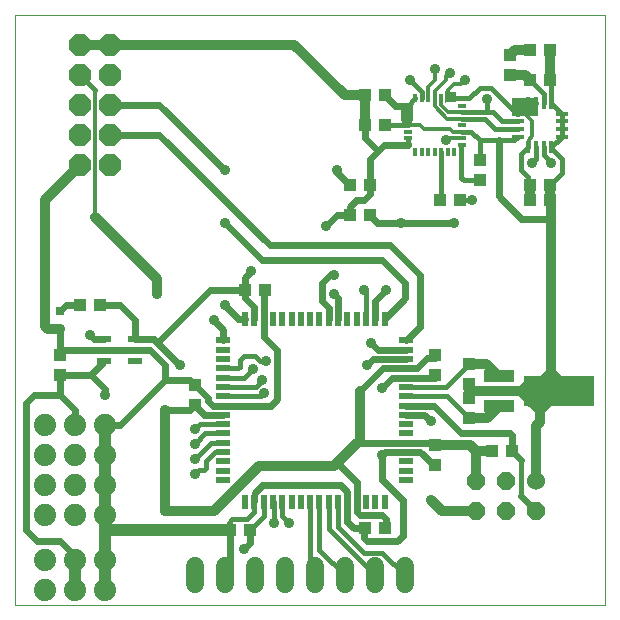
<source format=gtl>
G75*
G70*
%OFA0B0*%
%FSLAX24Y24*%
%IPPOS*%
%LPD*%
%AMOC8*
5,1,8,0,0,1.08239X$1,22.5*
%
%ADD10C,0.0000*%
%ADD11R,0.0250X0.0625*%
%ADD12R,0.0375X0.0375*%
%ADD13R,0.0063X0.0375*%
%ADD14R,0.0031X0.0375*%
%ADD15R,0.0375X0.0125*%
%ADD16R,0.0906X0.0625*%
%ADD17R,0.0375X0.0031*%
%ADD18R,0.0276X0.0157*%
%ADD19R,0.0157X0.0276*%
%ADD20R,0.0394X0.0157*%
%ADD21R,0.0157X0.0394*%
%ADD22R,0.0433X0.0394*%
%ADD23R,0.0394X0.0433*%
%ADD24R,0.0472X0.0217*%
%ADD25R,0.0315X0.0315*%
%ADD26R,0.0470X0.0220*%
%ADD27R,0.0220X0.0470*%
%ADD28R,0.0984X0.0394*%
%ADD29R,0.2362X0.0984*%
%ADD30C,0.0600*%
%ADD31OC8,0.0600*%
%ADD32C,0.0740*%
%ADD33C,0.0600*%
%ADD34OC8,0.0740*%
%ADD35C,0.0240*%
%ADD36C,0.0160*%
%ADD37C,0.0320*%
%ADD38C,0.0120*%
%ADD39C,0.0100*%
%ADD40C,0.0400*%
%ADD41C,0.0356*%
%ADD42C,0.0150*%
D10*
X001194Y002069D02*
X020879Y002069D01*
X020879Y021754D01*
X001194Y021754D01*
X001194Y002069D01*
D11*
X014194Y018506D03*
X014319Y018506D03*
D12*
X015739Y019015D03*
D13*
X015600Y019015D03*
D14*
X015562Y019015D03*
D15*
X014256Y018131D03*
D16*
X018218Y018685D03*
D17*
X014256Y018006D03*
D18*
X014288Y018069D03*
X014288Y018285D03*
X014288Y018502D03*
X014288Y018718D03*
X014288Y017852D03*
X014288Y017636D03*
X014288Y017419D03*
X016099Y017419D03*
X016099Y017636D03*
X016099Y017852D03*
X016099Y018069D03*
X016099Y018285D03*
X016099Y018502D03*
X016099Y018718D03*
D19*
X015843Y018974D03*
X015627Y018974D03*
X015410Y018974D03*
X015194Y018974D03*
X014977Y018974D03*
X014761Y018974D03*
X014544Y018974D03*
X014544Y017163D03*
X014761Y017163D03*
X014977Y017163D03*
X015194Y017163D03*
X015410Y017163D03*
X015627Y017163D03*
X015843Y017163D03*
D20*
X017965Y017685D03*
X017965Y017941D03*
X017965Y018197D03*
X017965Y018453D03*
X019422Y018453D03*
X019422Y018197D03*
X019422Y017941D03*
X019422Y017685D03*
D21*
X019078Y017340D03*
X018822Y017340D03*
X018566Y017340D03*
X018310Y017340D03*
X018310Y018797D03*
X018566Y018797D03*
X018822Y018797D03*
X019078Y018797D03*
D22*
X019028Y019569D03*
X018359Y019569D03*
X018359Y020569D03*
X019028Y020569D03*
X019028Y016069D03*
X019028Y015569D03*
X018359Y015569D03*
X018359Y016069D03*
X016028Y015569D03*
X015359Y015569D03*
X013028Y016069D03*
X012359Y016069D03*
X012359Y015069D03*
X013028Y015069D03*
X012859Y018069D03*
X013528Y018069D03*
X013528Y019069D03*
X012859Y019069D03*
X009528Y012569D03*
X008859Y012569D03*
X004028Y012069D03*
X003359Y012069D03*
X008359Y004569D03*
X009028Y004569D03*
X012859Y004631D03*
X013528Y004631D03*
X017109Y007194D03*
X017778Y007194D03*
D23*
X016350Y008297D03*
X016350Y008966D03*
X016350Y009453D03*
X016350Y010122D03*
X015194Y010403D03*
X015194Y009734D03*
X015194Y007403D03*
X015194Y006734D03*
X007194Y008734D03*
X007194Y009403D03*
X002694Y009734D03*
X002694Y010403D03*
X016694Y016234D03*
X016694Y016903D03*
X017694Y019734D03*
X017694Y020403D03*
D24*
X005206Y010943D03*
X005206Y010195D03*
X004182Y010195D03*
X004182Y010569D03*
X004182Y010943D03*
D25*
X002694Y011274D03*
X002694Y011864D03*
D26*
X008139Y010894D03*
X008139Y010584D03*
X008139Y010274D03*
X008139Y009964D03*
X008139Y009654D03*
X008139Y009344D03*
X008139Y009034D03*
X008139Y008724D03*
X008139Y008414D03*
X008139Y008104D03*
X008139Y007794D03*
X008139Y007484D03*
X008139Y007174D03*
X008139Y006864D03*
X008139Y006554D03*
X008139Y006244D03*
X014249Y006244D03*
X014249Y006554D03*
X014249Y006864D03*
X014249Y007174D03*
X014249Y007484D03*
X014249Y007794D03*
X014249Y008104D03*
X014249Y008414D03*
X014249Y008724D03*
X014249Y009034D03*
X014249Y009344D03*
X014249Y009654D03*
X014249Y009964D03*
X014249Y010274D03*
X014249Y010584D03*
X014249Y010894D03*
D27*
X013519Y011624D03*
X013209Y011624D03*
X012899Y011624D03*
X012589Y011624D03*
X012279Y011624D03*
X011969Y011624D03*
X011659Y011624D03*
X011349Y011624D03*
X011039Y011624D03*
X010729Y011624D03*
X010419Y011624D03*
X010109Y011624D03*
X009799Y011624D03*
X009489Y011624D03*
X009179Y011624D03*
X008869Y011624D03*
X008869Y005514D03*
X009179Y005514D03*
X009489Y005514D03*
X009799Y005514D03*
X010109Y005514D03*
X010419Y005514D03*
X010729Y005514D03*
X011039Y005514D03*
X011349Y005514D03*
X011659Y005514D03*
X011969Y005514D03*
X012279Y005514D03*
X012589Y005514D03*
X012899Y005514D03*
X013209Y005514D03*
X013519Y005514D03*
D28*
X017319Y008694D03*
X017319Y009694D03*
D29*
X019319Y009194D03*
D30*
X018569Y006194D03*
D31*
X018569Y005194D03*
X017569Y005194D03*
X017569Y006194D03*
X016569Y006194D03*
X016569Y005194D03*
D32*
X004194Y005069D03*
X004194Y006069D03*
X004194Y007069D03*
X004194Y008069D03*
X003194Y008069D03*
X003194Y007069D03*
X002194Y007069D03*
X002194Y008069D03*
X002194Y006069D03*
X003194Y006069D03*
X003194Y005069D03*
X002194Y005069D03*
X002194Y003569D03*
X003194Y003569D03*
X003194Y002569D03*
X002194Y002569D03*
X004194Y002569D03*
X004194Y003569D03*
D33*
X007194Y003369D02*
X007194Y002769D01*
X008194Y002769D02*
X008194Y003369D01*
X009194Y003369D02*
X009194Y002769D01*
X010194Y002769D02*
X010194Y003369D01*
X011194Y003369D02*
X011194Y002769D01*
X012194Y002769D02*
X012194Y003369D01*
X013194Y003369D02*
X013194Y002769D01*
X014194Y002769D02*
X014194Y003369D01*
D34*
X004381Y016756D03*
X004381Y017756D03*
X003381Y017756D03*
X003381Y016756D03*
X003381Y018756D03*
X003381Y019756D03*
X004381Y019756D03*
X004381Y018756D03*
X004381Y020756D03*
X003381Y020756D03*
D35*
X004381Y018756D02*
X006006Y018756D01*
X008194Y016569D01*
X008194Y014819D02*
X009444Y013569D01*
X013444Y013569D01*
X014194Y012819D01*
X014194Y012299D01*
X013519Y011624D01*
X013209Y011624D02*
X013209Y012209D01*
X013569Y012569D01*
X014694Y013069D02*
X014694Y011339D01*
X014249Y010894D01*
X014249Y010584D02*
X013304Y010584D01*
X013069Y010819D01*
X013149Y010274D02*
X012944Y010069D01*
X013149Y010274D02*
X014249Y010274D01*
X014249Y009964D02*
X014589Y009964D01*
X014944Y010319D01*
X015194Y010319D01*
X015194Y009654D02*
X014249Y009654D01*
X013779Y009654D01*
X013444Y009319D01*
X013464Y009964D02*
X012694Y009194D01*
X013464Y009964D02*
X014249Y009964D01*
X014249Y008724D02*
X015164Y008724D01*
X016069Y007819D01*
X017694Y007819D01*
X017778Y007734D01*
X017778Y007194D01*
X018069Y006903D01*
X018069Y005694D02*
X018569Y005194D01*
X015194Y006694D02*
X015194Y006734D01*
X015194Y006819D01*
X015194Y006694D02*
X014714Y007174D01*
X014249Y007174D01*
X013549Y007174D01*
X013444Y007069D01*
X013444Y006256D01*
X014131Y005569D01*
X014131Y004381D01*
X013944Y004194D01*
X012944Y004194D01*
X012819Y004319D01*
X012819Y004591D01*
X012859Y004631D01*
X012506Y004631D01*
X012279Y004859D01*
X012279Y005514D01*
X012279Y005859D01*
X012069Y006069D01*
X009444Y006069D01*
X009194Y005819D01*
X009028Y004569D02*
X009028Y004153D01*
X008819Y003944D01*
X008359Y004569D02*
X008359Y003234D01*
X008194Y003069D01*
X004194Y004631D02*
X004194Y005069D01*
X003194Y003694D02*
X002694Y004194D01*
X001944Y004194D01*
X001569Y004569D01*
X001569Y008819D01*
X001819Y009069D01*
X002694Y009069D01*
X003194Y008569D01*
X003194Y008069D01*
X004194Y008069D02*
X004694Y008069D01*
X006194Y009569D01*
X006194Y010069D01*
X005694Y010569D01*
X004182Y010569D01*
X002859Y010569D01*
X002694Y010403D01*
X002694Y011274D01*
X002694Y011864D02*
X002899Y012069D01*
X003359Y012069D01*
X004028Y012069D02*
X004694Y012069D01*
X005194Y011569D01*
X005194Y010955D01*
X005206Y010943D01*
X005820Y010943D01*
X005944Y010819D01*
X007694Y012569D01*
X008859Y012569D01*
X008859Y012984D01*
X009069Y013194D01*
X008859Y012569D02*
X008859Y012319D01*
X009179Y011999D01*
X009179Y011624D01*
X009489Y011624D02*
X009489Y011024D01*
X009944Y010569D01*
X009944Y008944D01*
X009724Y008724D01*
X008139Y008724D01*
X007789Y008724D01*
X007631Y008881D01*
X007631Y008966D01*
X007194Y009403D01*
X007028Y009569D01*
X006194Y009569D01*
X006694Y010069D02*
X005944Y010819D01*
X004182Y010943D02*
X003820Y010943D01*
X003694Y011069D01*
X004182Y010195D02*
X003721Y009734D01*
X004194Y009262D01*
X004194Y009069D01*
X003721Y009734D02*
X002694Y009734D01*
X002694Y009069D01*
X006194Y008569D02*
X007028Y008569D01*
X007194Y008734D01*
X007514Y008414D01*
X008139Y008414D01*
X008139Y010894D02*
X008139Y011249D01*
X007819Y011569D01*
X008194Y012069D02*
X008639Y011624D01*
X008869Y011624D01*
X009489Y011624D02*
X009489Y012529D01*
X009694Y014069D02*
X006006Y017756D01*
X004381Y017756D01*
X009694Y014069D02*
X013694Y014069D01*
X014694Y013069D01*
X014069Y014819D02*
X013278Y014819D01*
X013028Y015069D01*
X012819Y015569D02*
X012569Y015569D01*
X012359Y015359D01*
X012359Y015069D01*
X011944Y015069D01*
X011569Y014694D01*
X012819Y015569D02*
X013028Y015778D01*
X013028Y016069D01*
X013028Y016028D01*
X013028Y016069D02*
X013028Y016939D01*
X013301Y017212D01*
X012859Y017653D01*
X012859Y018069D01*
X013509Y017419D02*
X013301Y017212D01*
X013509Y017419D02*
X014288Y017419D01*
X014288Y018718D02*
X013879Y018718D01*
X013528Y019069D01*
X011944Y016569D02*
X011944Y016484D01*
X012359Y016069D01*
X014069Y014819D02*
X015819Y014819D01*
X017319Y015694D02*
X017319Y017569D01*
X017319Y015694D02*
X018069Y014944D01*
X019069Y014944D01*
X014849Y008414D02*
X014249Y008414D01*
X014849Y008414D02*
X015069Y008194D01*
X015113Y007484D02*
X014249Y007484D01*
X012609Y007484D01*
X011944Y006819D02*
X012589Y006174D01*
X012589Y005514D01*
X012589Y005174D01*
X012694Y005069D01*
X013444Y005069D01*
X013569Y004944D01*
X013569Y004734D01*
X013528Y004631D01*
X012859Y004631D02*
X012819Y004653D01*
X011969Y011624D02*
X011969Y012294D01*
X011819Y012444D01*
X011444Y012194D02*
X011444Y012819D01*
X011694Y013069D01*
X011819Y013069D01*
X011444Y012194D02*
X011659Y011979D01*
X011659Y011624D01*
X003194Y003694D02*
X003194Y003569D01*
D36*
X007194Y006444D02*
X007319Y006569D01*
X007506Y006569D01*
X007569Y006631D01*
X007569Y006881D01*
X007861Y007174D01*
X008139Y007174D01*
X008139Y007484D02*
X007734Y007484D01*
X007194Y006944D01*
X007194Y007444D02*
X007544Y007794D01*
X008139Y007794D01*
X008139Y008104D02*
X007354Y008104D01*
X007194Y007944D01*
X008139Y009034D02*
X009409Y009034D01*
X009506Y009131D01*
X009219Y009344D02*
X009444Y009569D01*
X009219Y009344D02*
X008139Y009344D01*
X008139Y009654D02*
X008841Y009654D01*
X009131Y009944D01*
X009381Y010194D02*
X009194Y010381D01*
X008819Y010381D01*
X008694Y010256D01*
X008694Y010006D01*
X008651Y009964D01*
X008139Y009964D01*
X009381Y010194D02*
X009569Y010194D01*
X012609Y007484D02*
X012694Y007569D01*
X014249Y009034D02*
X015613Y009034D01*
X016350Y008297D01*
X015572Y009344D02*
X016350Y010122D01*
X015572Y009344D02*
X014249Y009344D01*
X015194Y009654D02*
X015194Y009734D01*
X015113Y007484D02*
X015194Y007403D01*
X018069Y006903D02*
X018069Y005694D01*
X014194Y003069D02*
X013444Y003819D01*
X012819Y003819D01*
X011969Y004669D01*
X011969Y005514D01*
X011659Y005514D02*
X011659Y004604D01*
X013194Y003069D01*
X012194Y003069D02*
X011349Y003914D01*
X011349Y005514D01*
X011039Y005514D02*
X011039Y003224D01*
X011194Y003069D01*
X010319Y004819D02*
X010109Y005029D01*
X010109Y005514D01*
X009819Y005494D02*
X009799Y005514D01*
X009819Y005494D02*
X009819Y004819D01*
X009489Y005029D02*
X009028Y004569D01*
X008944Y004944D02*
X008444Y004944D01*
X008319Y004819D01*
X008319Y004609D01*
X008359Y004569D01*
X008944Y004944D02*
X009179Y005179D01*
X009179Y005514D01*
X009194Y005529D01*
X009194Y005819D01*
X009489Y005514D02*
X009489Y005029D01*
X012899Y011624D02*
X012899Y012489D01*
X012819Y012569D01*
X015359Y015569D02*
X015410Y015620D01*
X015410Y017163D01*
X016069Y017389D02*
X016069Y016319D01*
X016153Y016234D01*
X016694Y016234D01*
X016694Y016903D02*
X016694Y017569D01*
X017319Y017569D01*
X017849Y017569D01*
X017965Y017685D01*
X017963Y017944D02*
X017194Y017944D01*
X016852Y018285D01*
X016944Y018502D02*
X016944Y018944D01*
X017069Y019319D02*
X016694Y019319D01*
X016349Y018974D01*
X015843Y018974D01*
X015627Y018974D01*
X014761Y018974D02*
X014761Y019189D01*
X014381Y019569D01*
X014544Y018974D02*
X014288Y018718D01*
X014288Y018069D02*
X013528Y018069D01*
X014288Y017636D02*
X014288Y017419D01*
X016028Y015569D02*
X016444Y015569D01*
X018069Y016569D02*
X018069Y017099D01*
X018310Y017340D01*
X018566Y017340D02*
X018569Y017338D01*
X018569Y016944D01*
X018444Y016819D01*
X018819Y017069D02*
X018819Y017338D01*
X018822Y017340D01*
X019078Y017340D02*
X019078Y017310D01*
X019444Y016944D01*
X019444Y016484D01*
X019028Y016069D01*
X019069Y016069D01*
X019069Y016819D02*
X018819Y017069D01*
X019078Y017340D02*
X019422Y017685D01*
X019422Y017941D01*
X019422Y018197D01*
X019422Y018453D01*
X019078Y018797D01*
X019078Y019520D01*
X019028Y019569D01*
X018822Y019106D02*
X018359Y019569D01*
X018822Y019106D02*
X018822Y018797D01*
X018566Y018797D02*
X018310Y018797D01*
X017965Y018453D01*
X017944Y018444D02*
X017069Y019319D01*
X017136Y018502D02*
X016944Y018502D01*
X017136Y018502D02*
X017444Y018194D01*
X017963Y018194D01*
X016694Y017569D02*
X016410Y017852D01*
X016099Y017852D01*
X018069Y016569D02*
X018310Y016328D01*
X018310Y016118D01*
X018359Y016069D01*
X003881Y019256D02*
X003381Y019756D01*
D37*
X003381Y020756D02*
X004381Y020756D01*
X010506Y020756D01*
X012069Y019194D01*
X012194Y019069D01*
X012859Y019069D01*
X012859Y018069D01*
X017694Y019734D02*
X018194Y019734D01*
X018359Y019569D01*
X019028Y019569D02*
X019028Y020569D01*
X018359Y020569D02*
X017859Y020569D01*
X017694Y020403D01*
X018359Y016069D02*
X018359Y015569D01*
X019028Y015569D02*
X019028Y016069D01*
X019028Y015569D02*
X019069Y015528D01*
X019069Y014944D01*
X019069Y009819D01*
X019319Y009569D01*
X019069Y009444D02*
X019069Y009819D01*
X018819Y009569D01*
X019006Y009444D02*
X018694Y009131D01*
X018631Y009194D01*
X018069Y009194D01*
X018319Y009444D01*
X018069Y009194D02*
X018319Y008944D01*
X018444Y008819D02*
X018694Y008569D01*
X018944Y008819D01*
X018694Y008569D02*
X018694Y009131D01*
X019006Y009444D02*
X019069Y009444D01*
X018694Y008569D02*
X018694Y008163D01*
X018569Y008038D01*
X018569Y006194D01*
X017109Y007194D02*
X016569Y007194D01*
X016569Y006194D01*
X016569Y007194D02*
X016359Y007403D01*
X015194Y007403D01*
X016350Y008297D02*
X016922Y008297D01*
X017319Y008694D01*
X018069Y009194D02*
X016381Y009194D01*
X016350Y009163D01*
X016350Y008966D01*
X016350Y009453D01*
X016350Y010122D02*
X016890Y010122D01*
X017319Y009694D01*
X015069Y005569D02*
X015444Y005194D01*
X016569Y005194D01*
X012694Y007569D02*
X012694Y009194D01*
X012609Y007484D02*
X011944Y006819D01*
X011819Y006694D01*
X009319Y006694D01*
X007819Y005194D01*
X006194Y005194D01*
X006194Y008569D01*
X002694Y011274D02*
X002302Y011274D01*
X002194Y011381D01*
X002194Y015569D01*
X003381Y016756D01*
X003881Y015006D02*
X005944Y012944D01*
X005944Y012444D01*
D38*
X003881Y015006D02*
X003881Y019256D01*
X009528Y012569D02*
X009489Y012529D01*
X014288Y018069D02*
X014288Y018285D01*
X014288Y018069D02*
X014694Y018069D01*
X014819Y017944D01*
X015694Y017944D01*
X015785Y017852D01*
X016099Y017852D01*
X016099Y017636D02*
X015636Y017636D01*
X015569Y017569D01*
X016069Y017389D02*
X016099Y017419D01*
X016099Y018285D02*
X015602Y018285D01*
X015194Y018694D01*
X015194Y018974D01*
X015194Y019194D01*
X015569Y019569D01*
X015569Y019694D01*
X015694Y019819D01*
X015819Y019444D02*
X016069Y019444D01*
X016194Y019569D01*
X015819Y019444D02*
X015627Y019252D01*
X015627Y018974D01*
X015410Y018974D02*
X015410Y018727D01*
X015636Y018502D01*
X016099Y018502D01*
X016627Y018502D01*
X017965Y018453D02*
X018185Y018453D01*
X018444Y018194D01*
X018444Y017694D01*
X018319Y017569D01*
X018319Y017349D01*
X018310Y017340D01*
X015194Y019569D02*
X015194Y019944D01*
X015194Y019569D02*
X014977Y019352D01*
X014977Y018974D01*
D39*
X014288Y018718D02*
X014288Y018502D01*
X014288Y018285D01*
D40*
X004194Y008069D02*
X004194Y007069D01*
X004194Y006069D01*
X004194Y005069D01*
X004194Y003569D01*
X004194Y002569D01*
X003194Y002569D02*
X003194Y003569D01*
X004194Y004631D02*
X004256Y004569D01*
X008359Y004569D01*
D41*
X008819Y003944D03*
X009819Y004819D03*
X010319Y004819D03*
X007194Y006444D03*
X007194Y006944D03*
X007194Y007444D03*
X007194Y007944D03*
X006194Y008569D03*
X006694Y010069D03*
X007819Y011569D03*
X008194Y012069D03*
X009069Y013194D03*
X008194Y014819D03*
X008194Y016569D03*
X011569Y014694D03*
X011819Y013069D03*
X011819Y012444D03*
X012819Y012569D03*
X013569Y012569D03*
X013069Y010819D03*
X012944Y010069D03*
X013444Y009319D03*
X015069Y008194D03*
X013444Y007069D03*
X015069Y005569D03*
X018694Y008163D03*
X015819Y014819D03*
X016444Y015569D03*
X015569Y017569D03*
X016944Y018944D03*
X016194Y019569D03*
X015694Y019819D03*
X015194Y019944D03*
X014381Y019569D03*
X012069Y019194D03*
X011944Y016569D03*
X014069Y014819D03*
X009569Y010194D03*
X009131Y009944D03*
X009444Y009569D03*
X009506Y009131D03*
X005944Y012444D03*
X003694Y011069D03*
X004194Y009069D03*
X006194Y005194D03*
X018444Y016819D03*
X019069Y016819D03*
D42*
X016944Y018502D02*
X016099Y018502D01*
X016099Y018285D02*
X016852Y018285D01*
M02*

</source>
